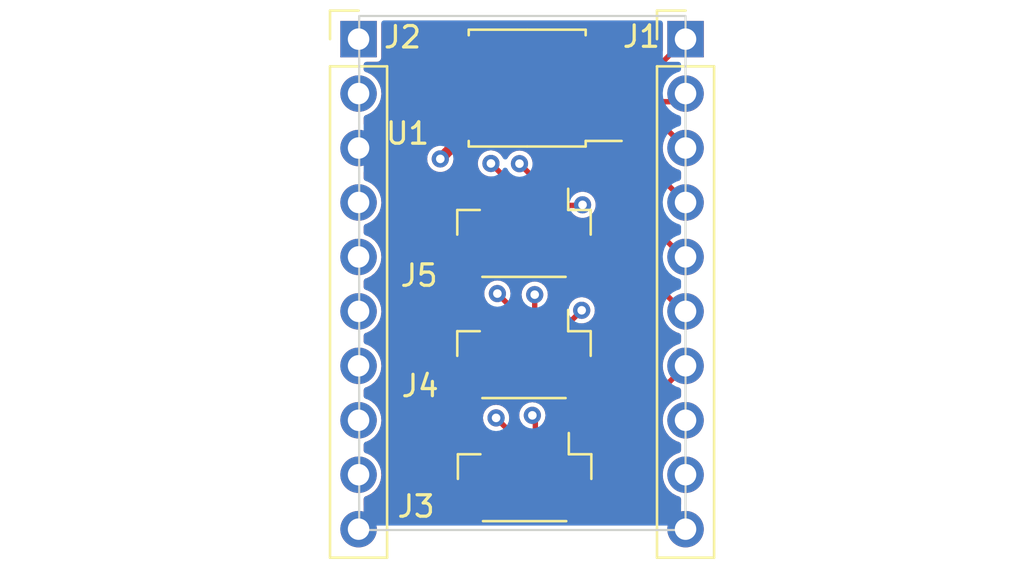
<source format=kicad_pcb>
(kicad_pcb (version 20211014) (generator pcbnew)
  (layers (0 "F.Cu" signal) (1 "In1.Cu" signal) (2 "In2.Cu" signal) (31 "B.Cu" signal) (34 "B.Paste" user) (35 "F.Paste" user) (36 "B.SilkS" user "B.Silkscreen") (37 "F.SilkS" user "F.Silkscreen") (38 "B.Mask" user) (39 "F.Mask" user) (44 "Edge.Cuts" user))
  (net 0 "")
  (net 1 "/P0.13")
  (net 2 "/P0.15")
  (net 3 "/P0.17")
  (net 4 "/P0.20")
  (net 5 "/P0.22")
  (net 6 "/P0.24")
  (net 7 "/P1.00")
  (net 8 "/P0.09")
  (net 9 "/P0.10")
  (net 10 "GND")
  (net 11 "VBUS")
  (net 12 "+3V0")
  (net 13 "/P0.31")
  (net 14 "/P0.29")
  (net 15 "/P0.02")
  (net 16 "/P1.15")
  (net 17 "/P1.13")
  (net 18 "/P1.10")
  (footprint "Package_SO:SOIC-8_5.23x5.23mm_P1.27mm" (layer "F.Cu") (at 145.02 68.325 180)
    (fp_text reference "U1" (at 5.58 -2.115) (layer "F.SilkS"))
    (fp_text value "MX25R6435FM2xx0")
    (fp_line (start -2.725 -2.465) (end -4.4 -2.465) (layer "F.SilkS") (width 0.12))
    (fp_line (start 0 -2.725) (end 2.725 -2.725) (layer "F.SilkS") (width 0.12))
    (fp_line (start 0 -2.725) (end -2.725 -2.725) (layer "F.SilkS") (width 0.12))
    (fp_line (start 2.725 -2.725) (end 2.725 -2.465) (layer "F.SilkS") (width 0.12))
    (fp_line (start 0 2.725) (end -2.725 2.725) (layer "F.SilkS") (width 0.12))
    (fp_line (start 0 2.725) (end 2.725 2.725) (layer "F.SilkS") (width 0.12))
    (fp_line (start 2.725 2.725) (end 2.725 2.465) (layer "F.SilkS") (width 0.12))
    (fp_line (start -2.725 -2.725) (end -2.725 -2.465) (layer "F.SilkS") (width 0.12))
    (fp_line (start -2.725 2.725) (end -2.725 2.465) (layer "F.SilkS") (width 0.12))
    (pad "1" smd roundrect (at -3.6 -1.905 180) (size 1.6 0.6) (layers "F.Cu" "F.Paste" "F.Mask") (net 3 "/P0.17"))
    (pad "2" smd roundrect (at -3.6 -0.635 180) (size 1.6 0.6) (layers "F.Cu" "F.Paste" "F.Mask") (net 2 "/P0.15"))
    (pad "3" smd roundrect (at -3.6 0.635 180) (size 1.6 0.6) (layers "F.Cu" "F.Paste" "F.Mask") (net 1 "/P0.13"))
    (pad "4" smd roundrect (at -3.6 1.905 180) (size 1.6 0.6) (layers "F.Cu" "F.Paste" "F.Mask") (net 10 "GND"))
    (pad "5" smd roundrect (at 3.6 1.905 180) (size 1.6 0.6) (layers "F.Cu" "F.Paste" "F.Mask") (net 4 "/P0.20"))
    (pad "6" smd roundrect (at 3.6 0.635 180) (size 1.6 0.6) (layers "F.Cu" "F.Paste" "F.Mask") (net 5 "/P0.22"))
    (pad "7" smd roundrect (at 3.6 -0.635 180) (size 1.6 0.6) (layers "F.Cu" "F.Paste" "F.Mask") (net 6 "/P0.24"))
    (pad "8" smd roundrect (at 3.6 -1.905 180) (size 1.6 0.6) (layers "F.Cu" "F.Paste" "F.Mask") (net 12 "+3V0"))
  )
  (footprint "Connector_JST:JST_SH_BM04B-SRSS-TB_1x04-1MP_P1.00mm_Vertical" (layer "F.Cu") (at 144.87 75.12 180)
    (fp_text reference "J5" (at 4.89 -1.95) (layer "F.SilkS"))
    (fp_text value "Conn_01x04")
    (fp_line (start 3.11 -0.04) (end 3.11 1.11) (layer "F.SilkS") (width 0.12))
    (fp_line (start -1.94 -2.01) (end 1.94 -2.01) (layer "F.SilkS") (width 0.12))
    (fp_line (start 3.11 1.11) (end 2.06 1.11) (layer "F.SilkS") (width 0.12))
    (fp_line (start -3.11 -0.04) (end -3.11 1.11) (layer "F.SilkS") (width 0.12))
    (fp_line (start -3.11 1.11) (end -2.06 1.11) (layer "F.SilkS") (width 0.12))
    (fp_line (start -2.06 1.11) (end -2.06 2.1) (layer "F.SilkS") (width 0.12))
    (pad "1" smd roundrect (at -1.5 1.325 180) (size 0.6 1.55) (layers "F.Cu" "F.Paste" "F.Mask") (net 16 "/P1.15"))
    (pad "2" smd roundrect (at -0.5 1.325 180) (size 0.6 1.55) (layers "F.Cu" "F.Paste" "F.Mask") (net 15 "/P0.02"))
    (pad "3" smd roundrect (at 0.5 1.325 180) (size 0.6 1.55) (layers "F.Cu" "F.Paste" "F.Mask") (net 12 "+3V0"))
    (pad "4" smd roundrect (at 1.5 1.325 180) (size 0.6 1.55) (layers "F.Cu" "F.Paste" "F.Mask") (net 10 "GND"))
    (pad "MP" smd roundrect (at -2.8 -1.2 180) (size 1.2 1.8) (layers "F.Cu" "F.Paste" "F.Mask") (roundrect_rratio 0.2083333333))
    (pad "MP" smd roundrect (at 2.8 -1.2 180) (size 1.2 1.8) (layers "F.Cu" "F.Paste" "F.Mask") (roundrect_rratio 0.2083333333))
  )
  (footprint "Connector_PinHeader_2.54mm:PinHeader_1x10_P2.54mm_Vertical" (layer "F.Cu") (at 137.16 66.04)
    (fp_text reference "J2" (at 2.05 -0.09) (layer "F.SilkS"))
    (fp_text value "Conn_01x10_Male")
    (fp_line (start 1.33 1.27) (end 1.33 24.19) (layer "F.SilkS") (width 0.12))
    (fp_line (start -1.33 24.19) (end 1.33 24.19) (layer "F.SilkS") (width 0.12))
    (fp_line (start -1.33 -1.33) (end 0 -1.33) (layer "F.SilkS") (width 0.12))
    (fp_line (start -1.33 1.27) (end 1.33 1.27) (layer "F.SilkS") (width 0.12))
    (fp_line (start -1.33 0) (end -1.33 -1.33) (layer "F.SilkS") (width 0.12))
    (fp_line (start -1.33 1.27) (end -1.33 24.19) (layer "F.SilkS") (width 0.12))
    (pad "1" thru_hole rect (at 0 0) (size 1.7 1.7) (drill 1) (layers *.Cu *.Mask) (net 11 "VBUS"))
    (pad "2" thru_hole oval (at 0 2.54) (size 1.7 1.7) (drill 1) (layers *.Cu *.Mask) (net 12 "+3V0"))
    (pad "3" thru_hole oval (at 0 5.08) (size 1.7 1.7) (drill 1) (layers *.Cu *.Mask) (net 10 "GND"))
    (pad "4" thru_hole oval (at 0 7.62) (size 1.7 1.7) (drill 1) (layers *.Cu *.Mask) (net 13 "/P0.31"))
    (pad "5" thru_hole oval (at 0 10.16) (size 1.7 1.7) (drill 1) (layers *.Cu *.Mask) (net 14 "/P0.29"))
    (pad "6" thru_hole oval (at 0 12.7) (size 1.7 1.7) (drill 1) (layers *.Cu *.Mask) (net 15 "/P0.02"))
    (pad "7" thru_hole oval (at 0 15.24) (size 1.7 1.7) (drill 1) (layers *.Cu *.Mask) (net 16 "/P1.15"))
    (pad "8" thru_hole oval (at 0 17.78) (size 1.7 1.7) (drill 1) (layers *.Cu *.Mask) (net 17 "/P1.13"))
    (pad "9" thru_hole oval (at 0 20.32) (size 1.7 1.7) (drill 1) (layers *.Cu *.Mask) (net 18 "/P1.10"))
    (pad "10" thru_hole oval (at 0 22.86) (size 1.7 1.7) (drill 1) (layers *.Cu *.Mask) (net 10 "GND"))
  )
  (footprint "Connector_JST:JST_SH_BM04B-SRSS-TB_1x04-1MP_P1.00mm_Vertical" (layer "F.Cu") (at 144.87 80.775 180)
    (fp_text reference "J4" (at 4.84 -1.445) (layer "F.SilkS"))
    (fp_text value "Conn_01x04")
    (fp_line (start -1.94 -2.01) (end 1.94 -2.01) (layer "F.SilkS") (width 0.12))
    (fp_line (start -3.11 -0.04) (end -3.11 1.11) (layer "F.SilkS") (width 0.12))
    (fp_line (start 3.11 -0.04) (end 3.11 1.11) (layer "F.SilkS") (width 0.12))
    (fp_line (start -2.06 1.11) (end -2.06 2.1) (layer "F.SilkS") (width 0.12))
    (fp_line (start 3.11 1.11) (end 2.06 1.11) (layer "F.SilkS") (width 0.12))
    (fp_line (start -3.11 1.11) (end -2.06 1.11) (layer "F.SilkS") (width 0.12))
    (pad "1" smd roundrect (at -1.5 1.325 180) (size 0.6 1.55) (layers "F.Cu" "F.Paste" "F.Mask") (net 13 "/P0.31"))
    (pad "2" smd roundrect (at -0.5 1.325 180) (size 0.6 1.55) (layers "F.Cu" "F.Paste" "F.Mask") (net 14 "/P0.29"))
    (pad "3" smd roundrect (at 0.5 1.325 180) (size 0.6 1.55) (layers "F.Cu" "F.Paste" "F.Mask") (net 12 "+3V0"))
    (pad "4" smd roundrect (at 1.5 1.325 180) (size 0.6 1.55) (layers "F.Cu" "F.Paste" "F.Mask") (net 10 "GND"))
    (pad "MP" smd roundrect (at -2.8 -1.2 180) (size 1.2 1.8) (layers "F.Cu" "F.Paste" "F.Mask") (roundrect_rratio 0.2083333333))
    (pad "MP" smd roundrect (at 2.8 -1.2 180) (size 1.2 1.8) (layers "F.Cu" "F.Paste" "F.Mask") (roundrect_rratio 0.2083333333))
  )
  (footprint "Connector_PinHeader_2.54mm:PinHeader_1x10_P2.54mm_Vertical" (layer "F.Cu") (at 152.4 66.04)
    (fp_text reference "J1" (at -2.06 -0.12) (layer "F.SilkS"))
    (fp_text value "Conn_01x10_Male")
    (fp_line (start -1.33 1.27) (end -1.33 24.19) (layer "F.SilkS") (width 0.12))
    (fp_line (start -1.33 -1.33) (end 0 -1.33) (layer "F.SilkS") (width 0.12))
    (fp_line (start -1.33 1.27) (end 1.33 1.27) (layer "F.SilkS") (width 0.12))
    (fp_line (start 1.33 1.27) (end 1.33 24.19) (layer "F.SilkS") (width 0.12))
    (fp_line (start -1.33 24.19) (end 1.33 24.19) (layer "F.SilkS") (width 0.12))
    (fp_line (start -1.33 0) (end -1.33 -1.33) (layer "F.SilkS") (width 0.12))
    (pad "1" thru_hole rect (at 0 0) (size 1.7 1.7) (drill 1) (layers *.Cu *.Mask) (net 1 "/P0.13"))
    (pad "2" thru_hole oval (at 0 2.54) (size 1.7 1.7) (drill 1) (layers *.Cu *.Mask) (net 2 "/P0.15"))
    (pad "3" thru_hole oval (at 0 5.08) (size 1.7 1.7) (drill 1) (layers *.Cu *.Mask) (net 3 "/P0.17"))
    (pad "4" thru_hole oval (at 0 7.62) (size 1.7 1.7) (drill 1) (layers *.Cu *.Mask) (net 4 "/P0.20"))
    (pad "5" thru_hole oval (at 0 10.16) (size 1.7 1.7) (drill 1) (layers *.Cu *.Mask) (net 5 "/P0.22"))
    (pad "6" thru_hole oval (at 0 12.7) (size 1.7 1.7) (drill 1) (layers *.Cu *.Mask) (net 6 "/P0.24"))
    (pad "7" thru_hole oval (at 0 15.24) (size 1.7 1.7) (drill 1) (layers *.Cu *.Mask) (net 7 "/P1.00"))
    (pad "8" thru_hole oval (at 0 17.78) (size 1.7 1.7) (drill 1) (layers *.Cu *.Mask) (net 8 "/P0.09"))
    (pad "9" thru_hole oval (at 0 20.32) (size 1.7 1.7) (drill 1) (layers *.Cu *.Mask) (net 9 "/P0.10"))
    (pad "10" thru_hole oval (at 0 22.86) (size 1.7 1.7) (drill 1) (layers *.Cu *.Mask) (net 10 "GND"))
  )
  (footprint "Connector_JST:JST_SH_BM04B-SRSS-TB_1x04-1MP_P1.00mm_Vertical" (layer "F.Cu") (at 144.9 86.515 180)
    (fp_text reference "J3" (at 5.06 -1.325) (layer "F.SilkS"))
    (fp_text value "Conn_01x04")
    (fp_line (start -2.06 1.11) (end -2.06 2.1) (layer "F.SilkS") (width 0.12))
    (fp_line (start -3.11 -0.04) (end -3.11 1.11) (layer "F.SilkS") (width 0.12))
    (fp_line (start -3.11 1.11) (end -2.06 1.11) (layer "F.SilkS") (width 0.12))
    (fp_line (start 3.11 1.11) (end 2.06 1.11) (layer "F.SilkS") (width 0.12))
    (fp_line (start -1.94 -2.01) (end 1.94 -2.01) (layer "F.SilkS") (width 0.12))
    (fp_line (start 3.11 -0.04) (end 3.11 1.11) (layer "F.SilkS") (width 0.12))
    (pad "1" smd roundrect (at -1.5 1.325 180) (size 0.6 1.55) (layers "F.Cu" "F.Paste" "F.Mask") (net 7 "/P1.00"))
    (pad "2" smd roundrect (at -0.5 1.325 180) (size 0.6 1.55) (layers "F.Cu" "F.Paste" "F.Mask") (net 17 "/P1.13"))
    (pad "3" smd roundrect (at 0.5 1.325 180) (size 0.6 1.55) (layers "F.Cu" "F.Paste" "F.Mask") (net 12 "+3V0"))
    (pad "4" smd roundrect (at 1.5 1.325 180) (size 0.6 1.55) (layers "F.Cu" "F.Paste" "F.Mask") (net 10 "GND"))
    (pad "MP" smd roundrect (at 2.8 -1.2 180) (size 1.2 1.8) (layers "F.Cu" "F.Paste" "F.Mask") (roundrect_rratio 0.2083333333))
    (pad "MP" smd roundrect (at -2.8 -1.2 180) (size 1.2 1.8) (layers "F.Cu" "F.Paste" "F.Mask") (roundrect_rratio 0.2083333333))
  )
  (gr_rect (start 137.19 64.96) (end 152.4 88.94) (layer "Edge.Cuts") (width 0.1) (fill none))
  (segment (start 150.75 67.69) (end 152.275 66.165) (width 0.25) (layer "F.Cu") (net 1))
  (segment (start 148.62 67.69) (end 150.75 67.69) (width 0.25) (layer "F.Cu") (net 1))
  (segment (start 152.275 66.165) (end 152.275 66.04) (width 0.25) (layer "F.Cu") (net 1))
  (segment (start 152.275 68.705) (end 152.275 68.58) (width 0.25) (layer "F.Cu") (net 2))
  (segment (start 152.02 68.96) (end 152.275 68.705) (width 0.25) (layer "F.Cu") (net 2))
  (segment (start 148.62 68.96) (end 152.02 68.96) (width 0.25) (layer "F.Cu") (net 2))
  (segment (start 151.51 70.23) (end 152.275 70.995) (width 0.25) (layer "F.Cu") (net 3))
  (segment (start 152.275 70.995) (end 152.275 71.12) (width 0.25) (layer "F.Cu") (net 3))
  (segment (start 148.62 70.23) (end 151.51 70.23) (width 0.25) (layer "F.Cu") (net 3))
  (segment (start 150.24 71.5) (end 152.275 73.535) (width 0.25) (layer "F.Cu") (net 4))
  (segment (start 147.5 71.5) (end 150.24 71.5) (width 0.25) (layer "F.Cu") (net 4))
  (segment (start 142.42 66.42) (end 147.5 71.5) (width 0.25) (layer "F.Cu") (net 4))
  (segment (start 152.275 73.535) (end 152.275 73.66) (width 0.25) (layer "F.Cu") (net 4))
  (segment (start 141.42 66.42) (end 142.42 66.42) (width 0.25) (layer "F.Cu") (net 4))
  (segment (start 141.42 67.69) (end 143.053604 67.69) (width 0.25) (layer "F.Cu") (net 5))
  (segment (start 149.988198 72) (end 151 73.011802) (width 0.25) (layer "F.Cu") (net 5))
  (segment (start 151 73.011802) (end 151 74.925) (width 0.25) (layer "F.Cu") (net 5))
  (segment (start 151 74.925) (end 152.275 76.2) (width 0.25) (layer "F.Cu") (net 5))
  (segment (start 147.363604 72) (end 149.988198 72) (width 0.25) (layer "F.Cu") (net 5))
  (segment (start 143.053604 67.69) (end 147.363604 72) (width 0.25) (layer "F.Cu") (net 5))
  (segment (start 147.227208 72.5) (end 149.648198 72.5) (width 0.25) (layer "F.Cu") (net 6))
  (segment (start 143.687208 68.96) (end 147.227208 72.5) (width 0.25) (layer "F.Cu") (net 6))
  (segment (start 150.5175 73.369302) (end 150.5175 76.9825) (width 0.25) (layer "F.Cu") (net 6))
  (segment (start 149.648198 72.5) (end 150.5175 73.369302) (width 0.25) (layer "F.Cu") (net 6))
  (segment (start 141.42 68.96) (end 143.687208 68.96) (width 0.25) (layer "F.Cu") (net 6))
  (segment (start 150.5175 76.9825) (end 152.275 78.74) (width 0.25) (layer "F.Cu") (net 6))
  (segment (start 148.49 85.19) (end 152.275 81.405) (width 0.25) (layer "F.Cu") (net 7))
  (segment (start 146.4 85.19) (end 148.49 85.19) (width 0.25) (layer "F.Cu") (net 7))
  (segment (start 144.4 85.19) (end 144.4 84.54) (width 0.25) (layer "F.Cu") (net 12))
  (segment (start 144.38 72.89) (end 143.33 71.84) (width 0.25) (layer "F.Cu") (net 12))
  (segment (start 144.37 78.65) (end 143.63 77.91) (width 0.25) (layer "F.Cu") (net 12))
  (segment (start 144.38 73.795) (end 144.38 72.89) (width 0.25) (layer "F.Cu") (net 12))
  (segment (start 141.42 71.178) (end 140.97 71.628) (width 0.5) (layer "F.Cu") (net 12))
  (segment (start 141.42 70.23) (end 141.42 71.178) (width 0.5) (layer "F.Cu") (net 12))
  (segment (start 144.37 79.45) (end 144.37 78.65) (width 0.25) (layer "F.Cu") (net 12))
  (segment (start 144.4 84.54) (end 143.57 83.71) (width 0.25) (layer "F.Cu") (net 12))
  (via (at 143.63 77.91) (size 0.8) (drill 0.4) (layers "F.Cu" "B.Cu") (net 12))
  (via (at 143.57 83.71) (size 0.8) (drill 0.4) (layers "F.Cu" "B.Cu") (net 12))
  (via (at 143.33 71.84) (size 0.8) (drill 0.4) (layers "F.Cu" "B.Cu") (net 12))
  (via (at 140.97 71.628) (size 0.8) (drill 0.4) (layers "F.Cu" "B.Cu") (net 12))
  (segment (start 146.8 79.45) (end 147.56 78.69) (width 0.25) (layer "F.Cu") (net 13))
  (segment (start 146.37 79.45) (end 146.8 79.45) (width 0.25) (layer "F.Cu") (net 13))
  (via (at 147.56 78.69) (size 0.8) (drill 0.4) (layers "F.Cu" "B.Cu") (net 13))
  (segment (start 145.37 79.45) (end 145.37 77.96) (width 0.25) (layer "F.Cu") (net 14))
  (via (at 145.37 77.96) (size 0.8) (drill 0.4) (layers "F.Cu" "B.Cu") (net 14))
  (segment (start 145.38 72.57) (end 144.66 71.85) (width 0.25) (layer "F.Cu") (net 15))
  (segment (start 145.38 73.795) (end 145.38 72.57) (width 0.25) (layer "F.Cu") (net 15))
  (via (at 144.66 71.85) (size 0.8) (drill 0.4) (layers "F.Cu" "B.Cu") (net 15))
  (segment (start 146.38 73.795) (end 147.575 73.795) (width 0.25) (layer "F.Cu") (net 16))
  (segment (start 147.575 73.795) (end 147.6 73.77) (width 0.25) (layer "F.Cu") (net 16))
  (via (at 147.6 73.77) (size 0.8) (drill 0.4) (layers "F.Cu" "B.Cu") (net 16))
  (segment (start 145.4 83.73) (end 145.26 83.59) (width 0.25) (layer "F.Cu") (net 17))
  (segment (start 145.4 85.19) (end 145.4 83.73) (width 0.25) (layer "F.Cu") (net 17))
  (via (at 145.26 83.59) (size 0.8) (drill 0.4) (layers "F.Cu" "B.Cu") (net 17))
  (zone (net 10) (net_name "GND") (layer "F.Cu") (connect_pads (clearance 0.208)) (min_thickness 0.3) (fill yes (thermal_gap 0.208) (thermal_bridge_width 0.508))
    (polygon (pts (xy 152.4 88.89) (xy 137.2 88.98) (xy 137.17 65.18) (xy 152.42 65.18)))
  )
  (zone (net 10) (net_name "GND") (layer "F.Cu") (connect_pads yes (clearance 0.208)) (min_thickness 0.3) (fill yes (thermal_gap 0.208) (thermal_bridge_width 0.508))
    (polygon (pts (xy 140.08 88.94) (xy 137.16 88.88) (xy 137.13 86.28) (xy 140.08 86.25)))
  )
  (zone (net 10) (net_name "GND") (layer "B.Cu") (connect_pads yes (clearance 0.208)) (min_thickness 0.254) (fill yes (thermal_gap 0.508) (thermal_bridge_width 0.508))
    (polygon (pts (xy 152.43 88.9) (xy 137.17 88.9) (xy 137.19 65.14) (xy 152.39 65.14)))
  )
)
</source>
